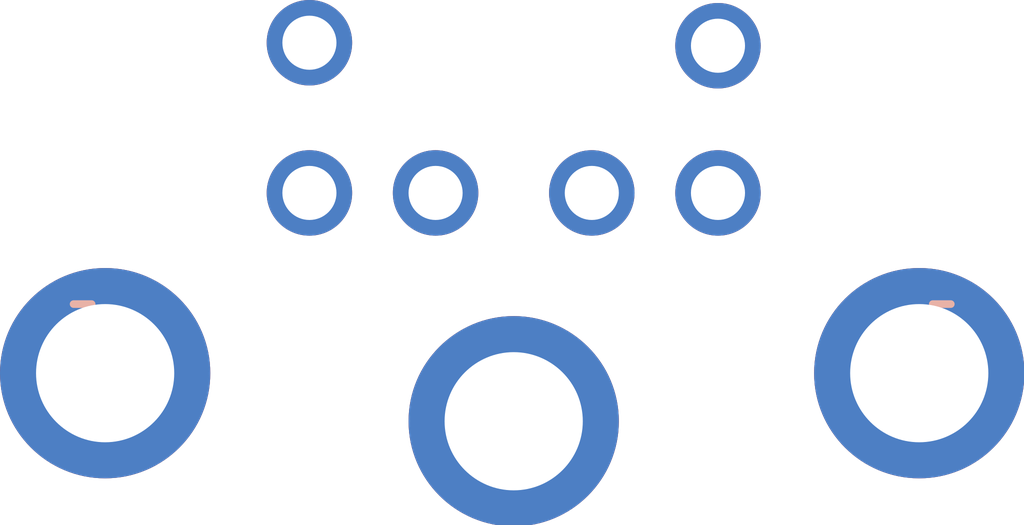
<source format=kicad_pcb>
(kicad_pcb (version 20240108) (generator "pcbnew") (generator_version "8.0")
  (layers (0 "F.Cu" signal) (31 "B.Cu" signal) (34 "B.Paste" user) (35 "F.Paste" user) (36 "B.SilkS" user "B.Silkscreen") (37 "F.SilkS" user "F.Silkscreen") (38 "B.Mask" user) (39 "F.Mask" user) (44 "Edge.Cuts" user))
  (net 0 "")
  (footprint "clipboard:240ad385-3872-433f-9c9a-dfd97e0a4142" (layer "F.Cu") (at 196.342 91.2368)
    (property "Reference" "" (at 0 0 0) (layer "F.SilkS") (effects (font (size 1.27 1.27))))
    (property "Value" "")
    (fp_line (start -13.7 -2) (end -14 -2) (stroke (width 0.127)) (layer "B.SilkS"))
    (fp_line (start -13.4 0) (end -13.15 0) (stroke (width 0.127)) (layer "B.SilkS"))
    (fp_line (start 0 0) (end -0.3 0) (stroke (width 0.127)) (layer "B.SilkS"))
    (fp_line (start 0.3 -2) (end 0.6 -2) (stroke (width 0.127)) (layer "B.SilkS"))
    (pad "1" thru_hole circle (at -5.375 -3.85 180) (size 1.4224 1.4224) (drill 0.9) (layers "*.Cu" "*.Mask"))
    (pad "2" thru_hole circle (at -7.975 -3.85 180) (size 1.4224 1.4224) (drill 0.9) (layers "*.Cu" "*.Mask"))
    (pad "3" thru_hole circle (at -3.275 -3.85 180) (size 1.4224 1.4224) (drill 0.9) (layers "*.Cu" "*.Mask"))
    (pad "5" thru_hole circle (at -10.075 -3.85 180) (size 1.4224 1.4224) (drill 0.9) (layers "*.Cu" "*.Mask"))
    (pad "6" thru_hole oval (at -3.275 -6.3 180) (size 1.4224 1.4224) (drill 0.9) (layers "*.Cu" "*.Mask"))
    (pad "8" thru_hole circle (at -10.075 -6.35 180) (size 1.4224 1.4224) (drill 0.9) (layers "*.Cu" "*.Mask"))
    (pad "SH1" thru_hole circle (at -13.475 -0.85 180) (size 3.5 3.5) (drill 2.3) (layers "*.Cu" "*.Mask"))
    (pad "SH2" thru_hole circle (at -6.675 -0.05 180) (size 3.5 3.5) (drill 2.3) (layers "*.Cu" "*.Mask"))
    (pad "SH3" thru_hole circle (at 0.075 -0.85 180) (size 3.5 3.5) (drill 2.3) (layers "*.Cu" "*.Mask"))
  )
)
</source>
